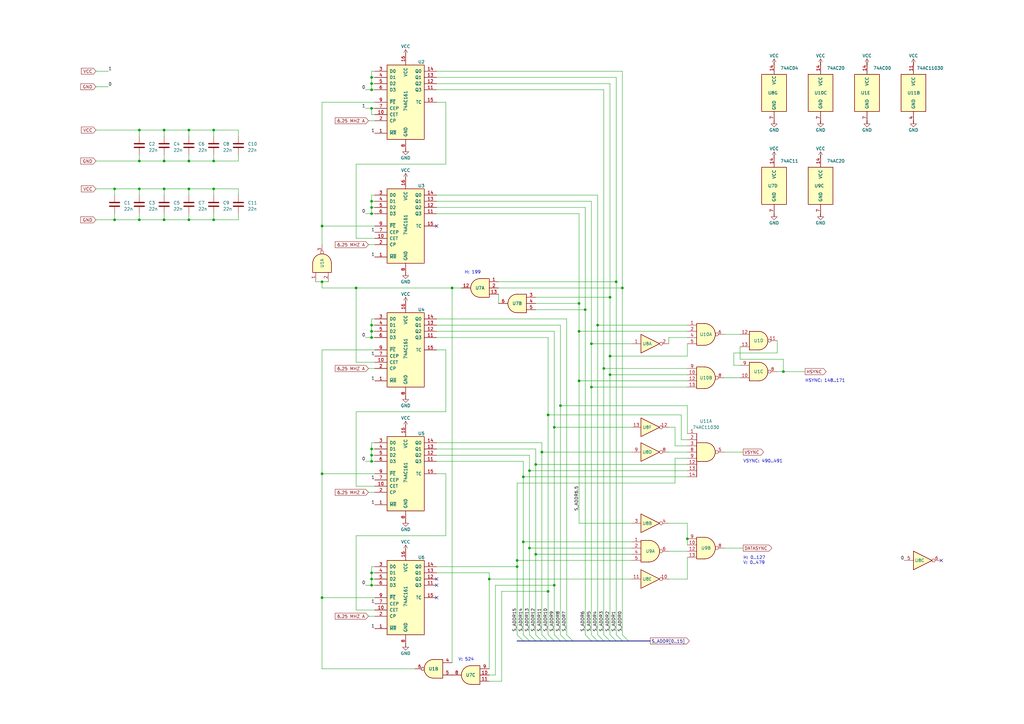
<source format=kicad_sch>
(kicad_sch (version 20231120) (generator "eeschema") (generator_version "8.0")
  (paper "A3")
  (title_block (title "SYNC GENERATOR"))
  (junction (at 132.08 245.11))
  (junction (at 250.19 121.92))
  (junction (at 146.05 118.11))
  (junction (at 255.27 118.11))
  (junction (at 227.33 240.03))
  (junction (at 46.99 90.17))
  (junction (at 152.4 36.83))
  (junction (at 152.4 44.45))
  (junction (at 77.47 90.17))
  (junction (at 247.65 151.13))
  (junction (at 87.63 90.17))
  (junction (at 67.31 53.34))
  (junction (at 77.47 66.04))
  (junction (at 222.25 185.42))
  (junction (at 57.15 77.47))
  (junction (at 87.63 66.04))
  (junction (at 212.09 232.41))
  (junction (at 242.57 140.97))
  (junction (at 214.63 222.25))
  (junction (at 132.08 115.57))
  (junction (at 281.94 220.98))
  (junction (at 152.4 31.75))
  (junction (at 152.4 85.09))
  (junction (at 237.49 135.89))
  (junction (at 152.4 240.03))
  (junction (at 132.08 92.71))
  (junction (at 152.4 82.55))
  (junction (at 240.03 127))
  (junction (at 217.17 224.79))
  (junction (at 67.31 66.04))
  (junction (at 152.4 138.43))
  (junction (at 152.4 135.89))
  (junction (at 152.4 87.63))
  (junction (at 214.63 195.58))
  (junction (at 46.99 77.47))
  (junction (at 229.87 166.37))
  (junction (at 212.09 229.87))
  (junction (at 250.19 146.05))
  (junction (at 245.11 133.35))
  (junction (at 67.31 77.47))
  (junction (at 217.17 193.04))
  (junction (at 57.15 90.17))
  (junction (at 237.49 156.21))
  (junction (at 152.4 234.95))
  (junction (at 219.71 227.33))
  (junction (at 250.19 153.67))
  (junction (at 227.33 175.26))
  (junction (at 152.4 34.29))
  (junction (at 224.79 242.57))
  (junction (at 57.15 53.34))
  (junction (at 237.49 124.46))
  (junction (at 185.42 118.11))
  (junction (at 77.47 77.47))
  (junction (at 152.4 133.35))
  (junction (at 87.63 53.34))
  (junction (at 152.4 186.69))
  (junction (at 152.4 189.23))
  (junction (at 67.31 90.17))
  (junction (at 87.63 77.47))
  (junction (at 132.08 194.31))
  (junction (at 252.73 115.57))
  (junction (at 321.31 152.4))
  (junction (at 152.4 237.49))
  (junction (at 242.57 158.75))
  (junction (at 77.47 53.34))
  (junction (at 152.4 184.15))
  (junction (at 200.66 237.49))
  (junction (at 57.15 66.04))
  (junction (at 224.79 170.18))
  (junction (at 219.71 190.5))
  (no_connect (at 179.07 240.03))
  (no_connect (at 179.07 92.71))
  (no_connect (at 179.07 237.49))
  (no_connect (at 179.07 245.11))
  (no_connect (at 386.08 229.87))
  (bus_entry (at 227.33 260.35) (size 2.54 2.54))
  (bus_entry (at 229.87 260.35) (size 2.54 2.54))
  (bus_entry (at 242.57 260.35) (size 2.54 2.54))
  (bus_entry (at 217.17 260.35) (size 2.54 2.54))
  (bus_entry (at 240.03 260.35) (size 2.54 2.54))
  (bus_entry (at 255.27 260.35) (size 2.54 2.54))
  (bus_entry (at 232.41 260.35) (size 2.54 2.54))
  (bus_entry (at 222.25 260.35) (size 2.54 2.54))
  (bus_entry (at 252.73 260.35) (size 2.54 2.54))
  (bus_entry (at 214.63 260.35) (size 2.54 2.54))
  (bus_entry (at 250.19 260.35) (size 2.54 2.54))
  (bus_entry (at 224.79 260.35) (size 2.54 2.54))
  (bus_entry (at 212.09 260.35) (size 2.54 2.54))
  (bus_entry (at 219.71 260.35) (size 2.54 2.54))
  (bus_entry (at 247.65 260.35) (size 2.54 2.54))
  (bus_entry (at 245.11 260.35) (size 2.54 2.54))
  (wire (pts (xy 179.07 85.09) (xy 240.03 85.09)))
  (wire (pts (xy 205.74 242.57) (xy 205.74 279.4)))
  (wire (pts (xy 166.37 175.26) (xy 166.37 173.99)))
  (wire (pts (xy 153.67 194.31) (xy 132.08 194.31)))
  (wire (pts (xy 152.4 186.69) (xy 153.67 186.69)))
  (wire (pts (xy 300.99 144.78) (xy 318.77 144.78)))
  (wire (pts (xy 318.77 144.78) (xy 318.77 139.7)))
  (wire (pts (xy 200.66 234.95) (xy 179.07 234.95)))
  (wire (pts (xy 205.74 279.4) (xy 200.66 279.4)))
  (wire (pts (xy 166.37 60.96) (xy 166.37 62.23)))
  (wire (pts (xy 227.33 135.89) (xy 227.33 175.26)))
  (bus (pts (xy 214.63 262.89) (xy 217.17 262.89)))
  (bus (pts (xy 232.41 262.89) (xy 234.95 262.89)))
  (wire (pts (xy 374.65 26.67) (xy 374.65 25.4)))
  (wire (pts (xy 374.65 49.53) (xy 374.65 50.8)))
  (wire (pts (xy 39.37 35.56) (xy 44.45 35.56)))
  (wire (pts (xy 166.37 124.46) (xy 166.37 123.19)))
  (wire (pts (xy 182.88 67.31) (xy 146.05 67.31)))
  (wire (pts (xy 152.4 85.09) (xy 152.4 82.55)))
  (wire (pts (xy 153.67 87.63) (xy 152.4 87.63)))
  (wire (pts (xy 219.71 121.92) (xy 250.19 121.92)))
  (wire (pts (xy 152.4 237.49) (xy 153.67 237.49)))
  (wire (pts (xy 182.88 168.91) (xy 146.05 168.91)))
  (wire (pts (xy 204.47 118.11) (xy 255.27 118.11)))
  (wire (pts (xy 297.18 137.16) (xy 303.53 137.16)))
  (wire (pts (xy 151.13 201.93) (xy 153.67 201.93)))
  (wire (pts (xy 146.05 118.11) (xy 146.05 148.59)))
  (wire (pts (xy 46.99 90.17) (xy 57.15 90.17)))
  (wire (pts (xy 217.17 193.04) (xy 217.17 224.79)))
  (wire (pts (xy 87.63 66.04) (xy 87.63 63.5)))
  (wire (pts (xy 146.05 118.11) (xy 185.42 118.11)))
  (wire (pts (xy 274.32 226.06) (xy 281.94 226.06)))
  (wire (pts (xy 153.67 138.43) (xy 152.4 138.43)))
  (wire (pts (xy 67.31 77.47) (xy 77.47 77.47)))
  (wire (pts (xy 222.25 185.42) (xy 222.25 260.35)))
  (wire (pts (xy 214.63 189.23) (xy 214.63 195.58)))
  (wire (pts (xy 152.4 135.89) (xy 153.67 135.89)))
  (wire (pts (xy 57.15 90.17) (xy 67.31 90.17)))
  (wire (pts (xy 274.32 185.42) (xy 281.94 185.42)))
  (wire (pts (xy 317.5 64.77) (xy 317.5 63.5)))
  (wire (pts (xy 179.07 184.15) (xy 219.71 184.15)))
  (wire (pts (xy 203.2 240.03) (xy 203.2 276.86)))
  (wire (pts (xy 182.88 194.31) (xy 182.88 219.71)))
  (wire (pts (xy 153.67 189.23) (xy 152.4 189.23)))
  (wire (pts (xy 224.79 170.18) (xy 279.4 170.18)))
  (wire (pts (xy 87.63 77.47) (xy 87.63 80.01)))
  (wire (pts (xy 227.33 175.26) (xy 259.08 175.26)))
  (wire (pts (xy 200.66 234.95) (xy 200.66 237.49)))
  (wire (pts (xy 229.87 166.37) (xy 229.87 260.35)))
  (wire (pts (xy 355.6 49.53) (xy 355.6 50.8)))
  (wire (pts (xy 214.63 195.58) (xy 214.63 222.25)))
  (wire (pts (xy 146.05 148.59) (xy 153.67 148.59)))
  (bus (pts (xy 227.33 262.89) (xy 229.87 262.89)))
  (wire (pts (xy 152.4 82.55) (xy 153.67 82.55)))
  (wire (pts (xy 274.32 140.97) (xy 274.32 138.43)))
  (wire (pts (xy 39.37 53.34) (xy 57.15 53.34)))
  (wire (pts (xy 252.73 31.75) (xy 252.73 115.57)))
  (wire (pts (xy 152.4 181.61) (xy 153.67 181.61)))
  (wire (pts (xy 132.08 115.57) (xy 132.08 118.11)))
  (wire (pts (xy 77.47 66.04) (xy 87.63 66.04)))
  (wire (pts (xy 182.88 219.71) (xy 146.05 219.71)))
  (wire (pts (xy 39.37 29.21) (xy 44.45 29.21)))
  (wire (pts (xy 97.79 53.34) (xy 97.79 55.88)))
  (wire (pts (xy 250.19 153.67) (xy 250.19 260.35)))
  (bus (pts (xy 219.71 262.89) (xy 222.25 262.89)))
  (wire (pts (xy 227.33 175.26) (xy 227.33 240.03)))
  (wire (pts (xy 247.65 151.13) (xy 281.94 151.13)))
  (wire (pts (xy 179.07 34.29) (xy 250.19 34.29)))
  (wire (pts (xy 179.07 135.89) (xy 227.33 135.89)))
  (wire (pts (xy 242.57 140.97) (xy 242.57 158.75)))
  (wire (pts (xy 179.07 41.91) (xy 182.88 41.91)))
  (wire (pts (xy 170.18 274.32) (xy 132.08 274.32)))
  (wire (pts (xy 303.53 147.32) (xy 303.53 142.24)))
  (wire (pts (xy 132.08 92.71) (xy 153.67 92.71)))
  (wire (pts (xy 152.4 234.95) (xy 152.4 232.41)))
  (wire (pts (xy 152.4 184.15) (xy 152.4 181.61)))
  (wire (pts (xy 281.94 180.34) (xy 279.4 180.34)))
  (wire (pts (xy 179.07 181.61) (xy 222.25 181.61)))
  (wire (pts (xy 152.4 232.41) (xy 153.67 232.41)))
  (wire (pts (xy 203.2 276.86) (xy 200.66 276.86)))
  (bus (pts (xy 257.81 262.89) (xy 266.7 262.89)))
  (wire (pts (xy 242.57 158.75) (xy 242.57 260.35)))
  (wire (pts (xy 203.2 240.03) (xy 227.33 240.03)))
  (wire (pts (xy 46.99 77.47) (xy 57.15 77.47)))
  (wire (pts (xy 166.37 111.76) (xy 166.37 113.03)))
  (wire (pts (xy 237.49 156.21) (xy 281.94 156.21)))
  (wire (pts (xy 57.15 77.47) (xy 67.31 77.47)))
  (wire (pts (xy 317.5 87.63) (xy 317.5 88.9)))
  (wire (pts (xy 132.08 115.57) (xy 134.62 115.57)))
  (wire (pts (xy 217.17 186.69) (xy 217.17 193.04)))
  (wire (pts (xy 152.4 44.45) (xy 153.67 44.45)))
  (wire (pts (xy 247.65 36.83) (xy 247.65 151.13)))
  (wire (pts (xy 152.4 135.89) (xy 152.4 133.35)))
  (wire (pts (xy 152.4 189.23) (xy 152.4 186.69)))
  (wire (pts (xy 39.37 66.04) (xy 57.15 66.04)))
  (wire (pts (xy 276.86 187.96) (xy 281.94 187.96)))
  (bus (pts (xy 247.65 262.89) (xy 250.19 262.89)))
  (wire (pts (xy 237.49 87.63) (xy 237.49 124.46)))
  (wire (pts (xy 39.37 77.47) (xy 46.99 77.47)))
  (wire (pts (xy 151.13 49.53) (xy 153.67 49.53)))
  (wire (pts (xy 237.49 135.89) (xy 237.49 156.21)))
  (wire (pts (xy 77.47 77.47) (xy 87.63 77.47)))
  (wire (pts (xy 179.07 194.31) (xy 182.88 194.31)))
  (wire (pts (xy 185.42 118.11) (xy 189.23 118.11)))
  (wire (pts (xy 152.4 87.63) (xy 152.4 85.09)))
  (wire (pts (xy 57.15 66.04) (xy 67.31 66.04)))
  (wire (pts (xy 97.79 77.47) (xy 97.79 80.01)))
  (wire (pts (xy 274.32 237.49) (xy 281.94 237.49)))
  (wire (pts (xy 151.13 151.13) (xy 153.67 151.13)))
  (wire (pts (xy 149.86 36.83) (xy 152.4 36.83)))
  (wire (pts (xy 146.05 199.39) (xy 153.67 199.39)))
  (wire (pts (xy 242.57 158.75) (xy 281.94 158.75)))
  (wire (pts (xy 149.86 87.63) (xy 152.4 87.63)))
  (wire (pts (xy 222.25 185.42) (xy 259.08 185.42)))
  (bus (pts (xy 252.73 262.89) (xy 255.27 262.89)))
  (wire (pts (xy 200.66 237.49) (xy 259.08 237.49)))
  (wire (pts (xy 152.4 240.03) (xy 152.4 237.49)))
  (wire (pts (xy 77.47 53.34) (xy 77.47 55.88)))
  (wire (pts (xy 149.86 189.23) (xy 152.4 189.23)))
  (wire (pts (xy 153.67 36.83) (xy 152.4 36.83)))
  (wire (pts (xy 185.42 118.11) (xy 185.42 271.78)))
  (wire (pts (xy 250.19 146.05) (xy 281.94 146.05)))
  (wire (pts (xy 242.57 82.55) (xy 242.57 140.97)))
  (wire (pts (xy 166.37 162.56) (xy 166.37 163.83)))
  (wire (pts (xy 87.63 53.34) (xy 97.79 53.34)))
  (wire (pts (xy 179.07 82.55) (xy 242.57 82.55)))
  (wire (pts (xy 297.18 154.94) (xy 303.53 154.94)))
  (wire (pts (xy 179.07 133.35) (xy 229.87 133.35)))
  (wire (pts (xy 179.07 189.23) (xy 214.63 189.23)))
  (wire (pts (xy 67.31 90.17) (xy 67.31 87.63)))
  (wire (pts (xy 146.05 97.79) (xy 153.67 97.79)))
  (wire (pts (xy 336.55 49.53) (xy 336.55 50.8)))
  (wire (pts (xy 179.07 232.41) (xy 212.09 232.41)))
  (wire (pts (xy 67.31 53.34) (xy 67.31 55.88)))
  (wire (pts (xy 281.94 237.49) (xy 281.94 228.6)))
  (bus (pts (xy 217.17 262.89) (xy 219.71 262.89)))
  (wire (pts (xy 214.63 195.58) (xy 281.94 195.58)))
  (wire (pts (xy 274.32 138.43) (xy 281.94 138.43)))
  (wire (pts (xy 240.03 127) (xy 240.03 260.35)))
  (wire (pts (xy 146.05 219.71) (xy 146.05 250.19)))
  (wire (pts (xy 237.49 135.89) (xy 281.94 135.89)))
  (wire (pts (xy 179.07 31.75) (xy 252.73 31.75)))
  (wire (pts (xy 57.15 90.17) (xy 57.15 87.63)))
  (wire (pts (xy 219.71 124.46) (xy 237.49 124.46)))
  (wire (pts (xy 67.31 90.17) (xy 77.47 90.17)))
  (wire (pts (xy 217.17 224.79) (xy 259.08 224.79)))
  (wire (pts (xy 152.4 234.95) (xy 153.67 234.95)))
  (wire (pts (xy 237.49 214.63) (xy 259.08 214.63)))
  (wire (pts (xy 166.37 73.66) (xy 166.37 72.39)))
  (wire (pts (xy 132.08 100.33) (xy 132.08 92.71)))
  (wire (pts (xy 132.08 194.31) (xy 132.08 245.11)))
  (wire (pts (xy 87.63 90.17) (xy 97.79 90.17)))
  (wire (pts (xy 240.03 85.09) (xy 240.03 127)))
  (wire (pts (xy 330.2 152.4) (xy 321.31 152.4)))
  (wire (pts (xy 77.47 77.47) (xy 77.47 80.01)))
  (wire (pts (xy 281.94 220.98) (xy 281.94 223.52)))
  (wire (pts (xy 229.87 133.35) (xy 229.87 166.37)))
  (wire (pts (xy 279.4 180.34) (xy 279.4 170.18)))
  (wire (pts (xy 242.57 140.97) (xy 259.08 140.97)))
  (wire (pts (xy 57.15 66.04) (xy 57.15 63.5)))
  (wire (pts (xy 152.4 138.43) (xy 152.4 135.89)))
  (bus (pts (xy 242.57 262.89) (xy 245.11 262.89)))
  (wire (pts (xy 132.08 245.11) (xy 153.67 245.11)))
  (wire (pts (xy 229.87 166.37) (xy 281.94 166.37)))
  (wire (pts (xy 247.65 151.13) (xy 247.65 260.35)))
  (wire (pts (xy 252.73 115.57) (xy 252.73 260.35)))
  (wire (pts (xy 212.09 198.12) (xy 276.86 198.12)))
  (wire (pts (xy 87.63 66.04) (xy 97.79 66.04)))
  (wire (pts (xy 317.5 49.53) (xy 317.5 50.8)))
  (bus (pts (xy 250.19 262.89) (xy 252.73 262.89)))
  (wire (pts (xy 152.4 29.21) (xy 153.67 29.21)))
  (bus (pts (xy 229.87 262.89) (xy 232.41 262.89)))
  (wire (pts (xy 281.94 146.05) (xy 281.94 140.97)))
  (wire (pts (xy 152.4 237.49) (xy 152.4 234.95)))
  (wire (pts (xy 281.94 166.37) (xy 281.94 177.8)))
  (wire (pts (xy 212.09 198.12) (xy 212.09 229.87)))
  (wire (pts (xy 179.07 36.83) (xy 247.65 36.83)))
  (wire (pts (xy 57.15 77.47) (xy 57.15 80.01)))
  (wire (pts (xy 321.31 147.32) (xy 321.31 152.4)))
  (wire (pts (xy 152.4 80.01) (xy 153.67 80.01)))
  (bus (pts (xy 234.95 262.89) (xy 242.57 262.89)))
  (wire (pts (xy 250.19 121.92) (xy 250.19 146.05)))
  (wire (pts (xy 297.18 185.42) (xy 304.8 185.42)))
  (wire (pts (xy 224.79 242.57) (xy 224.79 260.35)))
  (wire (pts (xy 179.07 143.51) (xy 182.88 143.51)))
  (wire (pts (xy 87.63 53.34) (xy 87.63 55.88)))
  (wire (pts (xy 153.67 143.51) (xy 132.08 143.51)))
  (wire (pts (xy 237.49 124.46) (xy 237.49 135.89)))
  (wire (pts (xy 179.07 138.43) (xy 224.79 138.43)))
  (wire (pts (xy 321.31 147.32) (xy 303.53 147.32)))
  (wire (pts (xy 276.86 175.26) (xy 274.32 175.26)))
  (wire (pts (xy 87.63 90.17) (xy 87.63 87.63)))
  (wire (pts (xy 57.15 53.34) (xy 67.31 53.34)))
  (wire (pts (xy 152.4 36.83) (xy 152.4 34.29)))
  (wire (pts (xy 77.47 90.17) (xy 87.63 90.17)))
  (wire (pts (xy 132.08 41.91) (xy 132.08 92.71)))
  (wire (pts (xy 152.4 85.09) (xy 153.67 85.09)))
  (wire (pts (xy 317.5 26.67) (xy 317.5 25.4)))
  (wire (pts (xy 132.08 245.11) (xy 132.08 274.32)))
  (wire (pts (xy 179.07 80.01) (xy 245.11 80.01)))
  (wire (pts (xy 355.6 26.67) (xy 355.6 25.4)))
  (bus (pts (xy 224.79 262.89) (xy 227.33 262.89)))
  (bus (pts (xy 245.11 262.89) (xy 247.65 262.89)))
  (wire (pts (xy 151.13 252.73) (xy 153.67 252.73)))
  (wire (pts (xy 153.67 46.99) (xy 152.4 46.99)))
  (wire (pts (xy 237.49 156.21) (xy 237.49 214.63)))
  (wire (pts (xy 219.71 184.15) (xy 219.71 190.5)))
  (wire (pts (xy 281.94 182.88) (xy 276.86 182.88)))
  (wire (pts (xy 153.67 41.91) (xy 132.08 41.91)))
  (wire (pts (xy 304.8 224.79) (xy 297.18 224.79)))
  (wire (pts (xy 232.41 130.81) (xy 232.41 260.35)))
  (wire (pts (xy 214.63 222.25) (xy 214.63 260.35)))
  (wire (pts (xy 212.09 229.87) (xy 259.08 229.87)))
  (wire (pts (xy 67.31 53.34) (xy 77.47 53.34)))
  (wire (pts (xy 77.47 53.34) (xy 87.63 53.34)))
  (wire (pts (xy 212.09 232.41) (xy 212.09 260.35)))
  (wire (pts (xy 179.07 130.81) (xy 232.41 130.81)))
  (wire (pts (xy 39.37 90.17) (xy 46.99 90.17)))
  (wire (pts (xy 146.05 168.91) (xy 146.05 199.39)))
  (wire (pts (xy 149.86 138.43) (xy 152.4 138.43)))
  (wire (pts (xy 152.4 130.81) (xy 153.67 130.81)))
  (wire (pts (xy 255.27 118.11) (xy 255.27 260.35)))
  (wire (pts (xy 245.11 133.35) (xy 281.94 133.35)))
  (wire (pts (xy 166.37 264.16) (xy 166.37 265.43)))
  (wire (pts (xy 149.86 44.45) (xy 152.4 44.45)))
  (wire (pts (xy 152.4 186.69) (xy 152.4 184.15)))
  (wire (pts (xy 274.32 214.63) (xy 281.94 214.63)))
  (wire (pts (xy 77.47 66.04) (xy 77.47 63.5)))
  (wire (pts (xy 67.31 66.04) (xy 77.47 66.04)))
  (wire (pts (xy 152.4 133.35) (xy 153.67 133.35)))
  (wire (pts (xy 219.71 127) (xy 240.03 127)))
  (wire (pts (xy 152.4 82.55) (xy 152.4 80.01)))
  (wire (pts (xy 182.88 143.51) (xy 182.88 168.91)))
  (wire (pts (xy 146.05 250.19) (xy 153.67 250.19)))
  (wire (pts (xy 152.4 133.35) (xy 152.4 130.81)))
  (wire (pts (xy 132.08 143.51) (xy 132.08 194.31)))
  (wire (pts (xy 132.08 118.11) (xy 146.05 118.11)))
  (wire (pts (xy 219.71 227.33) (xy 219.71 260.35)))
  (wire (pts (xy 166.37 213.36) (xy 166.37 214.63)))
  (wire (pts (xy 152.4 184.15) (xy 153.67 184.15)))
  (bus (pts (xy 212.09 262.89) (xy 214.63 262.89)))
  (wire (pts (xy 151.13 100.33) (xy 153.67 100.33)))
  (wire (pts (xy 149.86 240.03) (xy 152.4 240.03)))
  (wire (pts (xy 219.71 190.5) (xy 219.71 227.33)))
  (wire (pts (xy 281.94 214.63) (xy 281.94 220.98)))
  (wire (pts (xy 227.33 240.03) (xy 227.33 260.35)))
  (wire (pts (xy 212.09 229.87) (xy 212.09 232.41)))
  (wire (pts (xy 250.19 34.29) (xy 250.19 121.92)))
  (wire (pts (xy 336.55 26.67) (xy 336.55 25.4)))
  (wire (pts (xy 179.07 29.21) (xy 255.27 29.21)))
  (wire (pts (xy 303.53 149.86) (xy 300.99 149.86)))
  (wire (pts (xy 179.07 186.69) (xy 217.17 186.69)))
  (bus (pts (xy 222.25 262.89) (xy 224.79 262.89)))
  (wire (pts (xy 250.19 153.67) (xy 281.94 153.67)))
  (wire (pts (xy 129.54 115.57) (xy 132.08 115.57)))
  (wire (pts (xy 46.99 90.17) (xy 46.99 87.63)))
  (wire (pts (xy 152.4 46.99) (xy 152.4 44.45)))
  (wire (pts (xy 67.31 77.47) (xy 67.31 80.01)))
  (wire (pts (xy 57.15 53.34) (xy 57.15 55.88)))
  (wire (pts (xy 182.88 41.91) (xy 182.88 67.31)))
  (wire (pts (xy 204.47 115.57) (xy 252.73 115.57)))
  (wire (pts (xy 318.77 152.4) (xy 321.31 152.4)))
  (wire (pts (xy 250.19 146.05) (xy 250.19 153.67)))
  (wire (pts (xy 205.74 242.57) (xy 224.79 242.57)))
  (wire (pts (xy 152.4 34.29) (xy 153.67 34.29)))
  (wire (pts (xy 219.71 190.5) (xy 281.94 190.5)))
  (wire (pts (xy 214.63 222.25) (xy 259.08 222.25)))
  (wire (pts (xy 224.79 170.18) (xy 224.79 242.57)))
  (wire (pts (xy 97.79 66.04) (xy 97.79 63.5)))
  (wire (pts (xy 276.86 182.88) (xy 276.86 175.26)))
  (wire (pts (xy 224.79 138.43) (xy 224.79 170.18)))
  (wire (pts (xy 179.07 87.63) (xy 237.49 87.63)))
  (wire (pts (xy 219.71 227.33) (xy 259.08 227.33)))
  (wire (pts (xy 46.99 77.47) (xy 46.99 80.01)))
  (wire (pts (xy 300.99 149.86) (xy 300.99 144.78)))
  (wire (pts (xy 336.55 64.77) (xy 336.55 63.5)))
  (wire (pts (xy 217.17 193.04) (xy 281.94 193.04)))
  (wire (pts (xy 255.27 29.21) (xy 255.27 118.11)))
  (wire (pts (xy 152.4 31.75) (xy 152.4 29.21)))
  (wire (pts (xy 152.4 34.29) (xy 152.4 31.75)))
  (wire (pts (xy 336.55 87.63) (xy 336.55 88.9)))
  (wire (pts (xy 166.37 22.86) (xy 166.37 21.59)))
  (wire (pts (xy 204.47 120.65) (xy 204.47 124.46)))
  (wire (pts (xy 245.11 133.35) (xy 245.11 260.35)))
  (wire (pts (xy 222.25 181.61) (xy 222.25 185.42)))
  (wire (pts (xy 245.11 80.01) (xy 245.11 133.35)))
  (wire (pts (xy 77.47 90.17) (xy 77.47 87.63)))
  (wire (pts (xy 153.67 240.03) (xy 152.4 240.03)))
  (wire (pts (xy 97.79 90.17) (xy 97.79 87.63)))
  (wire (pts (xy 146.05 67.31) (xy 146.05 97.79)))
  (wire (pts (xy 67.31 66.04) (xy 67.31 63.5)))
  (wire (pts (xy 276.86 187.96) (xy 276.86 198.12)))
  (wire (pts (xy 152.4 31.75) (xy 153.67 31.75)))
  (wire (pts (xy 200.66 237.49) (xy 200.66 274.32)))
  (wire (pts (xy 87.63 77.47) (xy 97.79 77.47)))
  (wire (pts (xy 166.37 226.06) (xy 166.37 224.79)))
  (bus (pts (xy 255.27 262.89) (xy 257.81 262.89)))
  (wire (pts (xy 217.17 224.79) (xy 217.17 260.35)))
  (text "VSYNC: 490..491" (at 304.8 189.23 0) (effects (font (size 1.27 1.27)) (justify left)))
  (text "H: 0..127\nV: 0..479" (at 304.8 229.87 0) (effects (font (size 1.27 1.27)) (justify left)))
  (text "HSYNC: 148..171" (at 330.2 156.21 0) (effects (font (size 1.27 1.27)) (justify left)))
  (text "H: 199" (at 190.5 111.76 0) (effects (font (size 1.27 1.27)) (justify left)))
  (text "V: 524" (at 187.96 270.51 0) (effects (font (size 1.27 1.27)) (justify left)))
  (label "S_ADDR7" (at 232.41 259.08 90))
  (label "S_ADDR9" (at 227.33 259.08 90))
  (label "S_ADDR11" (at 222.25 259.08 90))
  (label "1" (at 153.67 257.81 180))
  (label "S_ADDR10" (at 224.79 259.08 90))
  (label "S_ADDR1" (at 252.73 259.08 90))
  (label "S_ADDR3" (at 247.65 259.08 90))
  (label "0" (at 370.84 229.87 180))
  (label "1" (at 153.67 54.61 180))
  (label "S_ADDR14" (at 214.63 259.08 90))
  (label "0" (at 149.86 189.23 180))
  (label "0" (at 149.86 87.63 180))
  (label "S_ADDR15" (at 212.09 259.08 90))
  (label "1" (at 44.45 29.21 0))
  (label "0" (at 149.86 240.03 180))
  (label "0" (at 149.86 138.43 180))
  (label "S_ADDR13" (at 217.17 259.08 90))
  (label "0" (at 149.86 36.83 180))
  (label "1" (at 153.67 207.01 180))
  (label "S_ADDR12" (at 219.71 259.08 90))
  (label "1" (at 153.67 196.85 180))
  (label "S_ADDR4" (at 245.11 259.08 90))
  (label "1" (at 149.86 44.45 180))
  (label "S_ADDR6" (at 240.03 259.08 90))
  (label "1" (at 153.67 156.21 180))
  (label "S_ADDR5" (at 242.57 259.08 90))
  (label "0" (at 44.45 35.56 0))
  (label "S_ADDR6.5" (at 237.49 209.55 90))
  (label "1" (at 153.67 105.41 180))
  (label "1" (at 153.67 247.65 180))
  (label "S_ADDR8" (at 229.87 259.08 90))
  (label "1" (at 153.67 146.05 180))
  (label "S_ADDR2" (at 250.19 259.08 90))
  (label "S_ADDR0" (at 255.27 259.08 90))
  (label "1" (at 153.67 95.25 180))
  (global_label "6.25 MHZ A" (shape input) (at 151.13 49.53 180) (property "Intersheetrefs" "${INTERSHEET_REFS}" (effects (hide yes))))
  (global_label "HSYNC" (shape output) (at 330.2 152.4 0) (property "Intersheetrefs" "${INTERSHEET_REFS}" (effects (hide yes))))
  (global_label "VCC" (shape input) (at 39.37 53.34 180) (property "Intersheetrefs" "${INTERSHEET_REFS}" (effects (hide yes))))
  (global_label "6.25 MHZ A" (shape input) (at 151.13 201.93 180) (property "Intersheetrefs" "${INTERSHEET_REFS}" (effects (hide yes))))
  (global_label "DATASYNC" (shape output) (at 304.8 224.79 0) (property "Intersheetrefs" "${INTERSHEET_REFS}" (effects (hide yes))))
  (global_label "VCC" (shape input) (at 39.37 29.21 180) (property "Intersheetrefs" "${INTERSHEET_REFS}" (effects (hide yes))))
  (global_label "6.25 MHZ A" (shape input) (at 151.13 252.73 180) (property "Intersheetrefs" "${INTERSHEET_REFS}" (effects (hide yes))))
  (global_label "S_ADDR[0..15]" (shape output) (at 266.7 262.89 0) (property "Intersheetrefs" "${INTERSHEET_REFS}" (effects (hide yes))))
  (global_label "VCC" (shape input) (at 39.37 77.47 180) (property "Intersheetrefs" "${INTERSHEET_REFS}" (effects (hide yes))))
  (global_label "6.25 MHZ A" (shape input) (at 151.13 100.33 180) (property "Intersheetrefs" "${INTERSHEET_REFS}" (effects (hide yes))))
  (global_label "VSYNC" (shape output) (at 304.8 185.42 0) (property "Intersheetrefs" "${INTERSHEET_REFS}" (effects (hide yes))))
  (global_label "GND" (shape input) (at 39.37 66.04 180) (property "Intersheetrefs" "${INTERSHEET_REFS}" (effects (hide yes))))
  (global_label "GND" (shape input) (at 39.37 35.56 180) (property "Intersheetrefs" "${INTERSHEET_REFS}" (effects (hide yes))))
  (global_label "6.25 MHZ A" (shape input) (at 151.13 151.13 180) (property "Intersheetrefs" "${INTERSHEET_REFS}" (effects (hide yes))))
  (global_label "GND" (shape input) (at 39.37 90.17 180) (property "Intersheetrefs" "${INTERSHEET_REFS}" (effects (hide yes))))
  (symbol (lib_id "power:VCC") (at 317.5 64.77 0) (unit 1)
    (property "Reference" "#PWR015" (effects (hide yes)))
    (property "Value" "VCC" (at 317.5 60.96 0))
    (property "Description" "Power symbol creates a global label with name \"VCC\"" (effects (hide yes)))
  )
  (symbol (lib_id "Device:C") (at 57.15 83.82 0) (unit 1)
    (property "Reference" "C3" (at 60.96 83.185 0) (effects (justify left)))
    (property "Value" "22n" (at 60.96 85.725 0) (effects (justify left)))
    (property "Footprint" "Capacitor_SMD:C_0603_1608Metric_Pad1.08x0.95mm_HandSolder" (effects (hide yes)))
    (property "Description" "Unpolarized capacitor" (effects (hide yes)))
    (property "LCSC Part #" "C277528" (effects (hide yes)))
  )
  (symbol (lib_id "power:GND") (at 166.37 264.16 0) (unit 1)
    (property "Reference" "#PWR012" (effects (hide yes)))
    (property "Value" "GND" (at 166.37 267.97 0))
    (property "Description" "Power symbol creates a global label with name \"GND\" , ground" (effects (hide yes)))
  )
  (symbol (lib_id "power:VCC") (at 317.5 26.67 0) (unit 1)
    (property "Reference" "#PWR013" (effects (hide yes)))
    (property "Value" "VCC" (at 317.5 22.86 0))
    (property "Description" "Power symbol creates a global label with name \"VCC\"" (effects (hide yes)))
  )
  (symbol (lib_id "74xx:74LS161") (at 166.37 41.91 0) (unit 1)
    (property "Reference" "U2" (at 171.45 25.4 0) (effects (justify left)))
    (property "Value" "74AC161" (at 166.37 45.72 90) (effects (justify left)))
    (property "Footprint" "Package_SO:SOIC-16_3.9x9.9mm_P1.27mm" (effects (hide yes)))
    (property "Datasheet" "http://www.ti.com/lit/gpn/sn74LS161" (effects (hide yes)))
    (property "Description" "Synchronous 4-bit programmable binary Counter" (effects (hide yes)))
  )
  (symbol (lib_id "power:GND") (at 317.5 87.63 0) (unit 1)
    (property "Reference" "#PWR016" (effects (hide yes)))
    (property "Value" "GND" (at 317.5 91.44 0))
    (property "Description" "Power symbol creates a global label with name \"GND\" , ground" (effects (hide yes)))
  )
  (symbol (lib_id "Device:C") (at 87.63 83.82 0) (unit 1)
    (property "Reference" "C9" (at 91.44 83.185 0) (effects (justify left)))
    (property "Value" "22n" (at 91.44 85.725 0) (effects (justify left)))
    (property "Footprint" "Capacitor_SMD:C_0603_1608Metric_Pad1.08x0.95mm_HandSolder" (effects (hide yes)))
    (property "Description" "Unpolarized capacitor" (effects (hide yes)))
    (property "LCSC Part #" "C277528" (effects (hide yes)))
  )
  (symbol (lib_id "74xx:74LS161") (at 166.37 92.71 0) (unit 1)
    (property "Reference" "U3" (at 171.45 76.2 0) (effects (justify left)))
    (property "Value" "74AC161" (at 166.37 96.52 90) (effects (justify left)))
    (property "Footprint" "Package_SO:SOIC-16_3.9x9.9mm_P1.27mm" (effects (hide yes)))
    (property "Datasheet" "http://www.ti.com/lit/gpn/sn74LS161" (effects (hide yes)))
    (property "Description" "Synchronous 4-bit programmable binary Counter" (effects (hide yes)))
  )
  (symbol (lib_id "power:GND") (at 166.37 60.96 0) (unit 1)
    (property "Reference" "#PWR04" (effects (hide yes)))
    (property "Value" "GND" (at 166.37 64.77 0))
    (property "Description" "Power symbol creates a global label with name \"GND\" , ground" (effects (hide yes)))
  )
  (symbol (lib_id "power:VCC") (at 166.37 226.06 0) (unit 1)
    (property "Reference" "#PWR011" (effects (hide yes)))
    (property "Value" "VCC" (at 166.37 222.25 0))
    (property "Description" "Power symbol creates a global label with name \"VCC\"" (effects (hide yes)))
  )
  (symbol (lib_id "74xx:74LS11") (at 212.09 124.46 0) (mirror y) (unit 2)
    (property "Reference" "U7" (at 212.09 124.46 0))
    (property "Value" "74AC11" (effects (hide yes)))
    (property "Footprint" "Package_SO:SOIC-14_3.9x8.7mm_P1.27mm" (effects (hide yes)))
    (property "Datasheet" "http://www.ti.com/lit/gpn/sn74LS11" (effects (hide yes)))
    (property "Description" "Triple 3-input AND" (effects (hide yes)))
  )
  (symbol (lib_id "Device:C") (at 77.47 59.69 0) (unit 1)
    (property "Reference" "C6" (at 81.28 59.055 0) (effects (justify left)))
    (property "Value" "22n" (at 81.28 61.595 0) (effects (justify left)))
    (property "Footprint" "Capacitor_SMD:C_0603_1608Metric_Pad1.08x0.95mm_HandSolder" (effects (hide yes)))
    (property "Description" "Unpolarized capacitor" (effects (hide yes)))
    (property "LCSC Part #" "C277528" (effects (hide yes)))
  )
  (symbol (lib_id "74xx:74LS161") (at 166.37 143.51 0) (unit 1)
    (property "Reference" "U4" (at 171.45 127 0) (effects (justify left)))
    (property "Value" "74AC161" (at 166.37 147.32 90) (effects (justify left)))
    (property "Footprint" "Package_SO:SOIC-16_3.9x9.9mm_P1.27mm" (effects (hide yes)))
    (property "Datasheet" "http://www.ti.com/lit/gpn/sn74LS161" (effects (hide yes)))
    (property "Description" "Synchronous 4-bit programmable binary Counter" (effects (hide yes)))
  )
  (symbol (lib_id "power:GND") (at 166.37 111.76 0) (unit 1)
    (property "Reference" "#PWR06" (effects (hide yes)))
    (property "Value" "GND" (at 166.37 115.57 0))
    (property "Description" "Power symbol creates a global label with name \"GND\" , ground" (effects (hide yes)))
  )
  (symbol (lib_id "Device:C") (at 87.63 59.69 0) (unit 1)
    (property "Reference" "C8" (at 91.44 59.055 0) (effects (justify left)))
    (property "Value" "22n" (at 91.44 61.595 0) (effects (justify left)))
    (property "Footprint" "Capacitor_SMD:C_0603_1608Metric_Pad1.08x0.95mm_HandSolder" (effects (hide yes)))
    (property "Description" "Unpolarized capacitor" (effects (hide yes)))
    (property "LCSC Part #" "C277528" (effects (hide yes)))
  )
  (symbol (lib_id "74xx:74AHCT04") (at 378.46 229.87 0) (unit 3)
    (property "Reference" "U8" (at 377.19 229.87 0))
    (property "Value" "74AC04" (effects (hide yes)))
    (property "Footprint" "Package_SO:SOIC-14_3.9x8.7mm_P1.27mm" (effects (hide yes)))
    (property "Datasheet" "https://assets.nexperia.com/documents/data-sheet/74AHC_AHCT04.pdf" (effects (hide yes)))
    (property "Description" "Hex Inverter" (effects (hide yes)))
  )
  (symbol (lib_id "power:GND") (at 336.55 87.63 0) (unit 1)
    (property "Reference" "#PWR020" (effects (hide yes)))
    (property "Value" "GND" (at 336.55 91.44 0))
    (property "Description" "Power symbol creates a global label with name \"GND\" , ground" (effects (hide yes)))
  )
  (symbol (lib_id "MevaLlibreria:74ACT11030") (at 289.56 185.42 0) (unit 1)
    (property "Reference" "U11" (at 289.5517 172.72 0))
    (property "Value" "74AC11030" (at 289.5517 175.26 0))
    (property "Footprint" "Package_SO:SOIC-14_3.9x8.7mm_P1.27mm" (effects (hide yes)))
    (property "Datasheet" "http://www.ti.com/lit/gpn/sn74LS30" (effects (hide yes)))
    (property "Description" "8-input NAND" (effects (hide yes)))
  )
  (symbol (lib_id "power:VCC") (at 166.37 73.66 0) (unit 1)
    (property "Reference" "#PWR05" (effects (hide yes)))
    (property "Value" "VCC" (at 166.37 69.85 0))
    (property "Description" "Power symbol creates a global label with name \"VCC\"" (effects (hide yes)))
  )
  (symbol (lib_id "power:VCC") (at 166.37 22.86 0) (unit 1)
    (property "Reference" "#PWR03" (effects (hide yes)))
    (property "Value" "VCC" (at 166.37 19.05 0))
    (property "Description" "Power symbol creates a global label with name \"VCC\"" (effects (hide yes)))
  )
  (symbol (lib_id "MevaLlibreria:74ACT11030") (at 374.65 38.1 0) (unit 2)
    (property "Reference" "U11" (at 372.11 38.1 0) (effects (justify left)))
    (property "Value" "74AC11030" (at 375.92 27.94 0) (effects (justify left)))
    (property "Footprint" "Package_SO:SOIC-14_3.9x8.7mm_P1.27mm" (effects (hide yes)))
    (property "Datasheet" "http://www.ti.com/lit/gpn/sn74LS30" (effects (hide yes)))
    (property "Description" "8-input NAND" (effects (hide yes)))
  )
  (symbol (lib_id "power:VCC") (at 166.37 175.26 0) (unit 1)
    (property "Reference" "#PWR09" (effects (hide yes)))
    (property "Value" "VCC" (at 166.37 171.45 0))
    (property "Description" "Power symbol creates a global label with name \"VCC\"" (effects (hide yes)))
  )
  (symbol (lib_id "power:GND") (at 336.55 49.53 0) (unit 1)
    (property "Reference" "#PWR018" (effects (hide yes)))
    (property "Value" "GND" (at 336.55 53.34 0))
    (property "Description" "Power symbol creates a global label with name \"GND\" , ground" (effects (hide yes)))
  )
  (symbol (lib_id "Device:C") (at 67.31 83.82 0) (unit 1)
    (property "Reference" "C5" (at 71.12 83.185 0) (effects (justify left)))
    (property "Value" "22n" (at 71.12 85.725 0) (effects (justify left)))
    (property "Footprint" "Capacitor_SMD:C_0603_1608Metric_Pad1.08x0.95mm_HandSolder" (effects (hide yes)))
    (property "Description" "Unpolarized capacitor" (effects (hide yes)))
    (property "LCSC Part #" "C277528" (effects (hide yes)))
  )
  (symbol (lib_id "Device:C") (at 67.31 59.69 0) (unit 1)
    (property "Reference" "C4" (at 71.12 59.055 0) (effects (justify left)))
    (property "Value" "22n" (at 71.12 61.595 0) (effects (justify left)))
    (property "Footprint" "Capacitor_SMD:C_0603_1608Metric_Pad1.08x0.95mm_HandSolder" (effects (hide yes)))
    (property "Description" "Unpolarized capacitor" (effects (hide yes)))
    (property "LCSC Part #" "C277528" (effects (hide yes)))
  )
  (symbol (lib_id "74xx:74AHCT04") (at 317.5 38.1 0) (unit 7)
    (property "Reference" "U8" (at 314.96 38.1 0) (effects (justify left)))
    (property "Value" "74AC04" (at 320.04 27.94 0) (effects (justify left)))
    (property "Footprint" "Package_SO:SOIC-14_3.9x8.7mm_P1.27mm" (effects (hide yes)))
    (property "Datasheet" "https://assets.nexperia.com/documents/data-sheet/74AHC_AHCT04.pdf" (effects (hide yes)))
    (property "Description" "Hex Inverter" (effects (hide yes)))
  )
  (symbol (lib_id "74xx:74HCT00") (at 311.15 152.4 0) (unit 3)
    (property "Reference" "U1" (at 311.15 152.4 0))
    (property "Value" "74AC00" (effects (hide yes)))
    (property "Footprint" "Package_SO:SOIC-14_3.9x8.7mm_P1.27mm" (effects (hide yes)))
    (property "Datasheet" "http://www.ti.com/lit/gpn/sn74hct00" (effects (hide yes)))
    (property "Description" "quad 2-input NAND gate" (effects (hide yes)))
  )
  (symbol (lib_id "74xx:74LS20") (at 289.56 224.79 0) (unit 2)
    (property "Reference" "U9" (at 289.56 224.79 0))
    (property "Value" "74AC20" (effects (hide yes)))
    (property "Footprint" "Package_SO:SOIC-14_3.9x8.7mm_P1.27mm" (effects (hide yes)))
    (property "Datasheet" "http://www.ti.com/lit/gpn/sn74LS20" (effects (hide yes)))
    (property "Description" "Dual 4-input NAND" (effects (hide yes)))
  )
  (symbol (lib_id "74xx:74LS20") (at 336.55 76.2 0) (unit 3)
    (property "Reference" "U9" (at 334.01 76.2 0) (effects (justify left)))
    (property "Value" "74AC20" (at 339.09 66.04 0) (effects (justify left)))
    (property "Footprint" "Package_SO:SOIC-14_3.9x8.7mm_P1.27mm" (effects (hide yes)))
    (property "Datasheet" "http://www.ti.com/lit/gpn/sn74LS20" (effects (hide yes)))
    (property "Description" "Dual 4-input NAND" (effects (hide yes)))
  )
  (symbol (lib_id "power:VCC") (at 336.55 26.67 0) (unit 1)
    (property "Reference" "#PWR017" (effects (hide yes)))
    (property "Value" "VCC" (at 336.55 22.86 0))
    (property "Description" "Power symbol creates a global label with name \"VCC\"" (effects (hide yes)))
  )
  (symbol (lib_id "74xx:74HCT00") (at 355.6 38.1 0) (unit 5)
    (property "Reference" "U1" (at 353.06 38.1 0) (effects (justify left)))
    (property "Value" "74AC00" (at 358.14 27.94 0) (effects (justify left)))
    (property "Footprint" "Package_SO:SOIC-14_3.9x8.7mm_P1.27mm" (effects (hide yes)))
    (property "Datasheet" "http://www.ti.com/lit/gpn/sn74hct00" (effects (hide yes)))
    (property "Description" "quad 2-input NAND gate" (effects (hide yes)))
  )
  (symbol (lib_id "74xx:74HCT00") (at 132.08 107.95 90) (unit 1)
    (property "Reference" "U1" (at 132.08 107.95 0))
    (property "Value" "74AC00" (effects (hide yes)))
    (property "Footprint" "Package_SO:SOIC-14_3.9x8.7mm_P1.27mm" (effects (hide yes)))
    (property "Datasheet" "http://www.ti.com/lit/gpn/sn74hct00" (effects (hide yes)))
    (property "Description" "quad 2-input NAND gate" (effects (hide yes)))
  )
  (symbol (lib_id "74xx:74LS161") (at 166.37 194.31 0) (unit 1)
    (property "Reference" "U5" (at 171.45 177.8 0) (effects (justify left)))
    (property "Value" "74AC161" (at 166.37 198.12 90) (effects (justify left)))
    (property "Footprint" "Package_SO:SOIC-16_3.9x9.9mm_P1.27mm" (effects (hide yes)))
    (property "Datasheet" "http://www.ti.com/lit/gpn/sn74LS161" (effects (hide yes)))
    (property "Description" "Synchronous 4-bit programmable binary Counter" (effects (hide yes)))
  )
  (symbol (lib_id "74xx:74LS11") (at 193.04 276.86 0) (mirror y) (unit 3)
    (property "Reference" "U7" (at 193.04 276.86 0))
    (property "Value" "74AC11" (effects (hide yes)))
    (property "Footprint" "Package_SO:SOIC-14_3.9x8.7mm_P1.27mm" (effects (hide yes)))
    (property "Datasheet" "http://www.ti.com/lit/gpn/sn74LS11" (effects (hide yes)))
    (property "Description" "Triple 3-input AND" (effects (hide yes)))
  )
  (symbol (lib_id "74xx:74LS20") (at 289.56 137.16 0) (unit 1)
    (property "Reference" "U10" (at 289.56 137.16 0))
    (property "Value" "74AC20" (effects (hide yes)))
    (property "Footprint" "Package_SO:SOIC-14_3.9x8.7mm_P1.27mm" (effects (hide yes)))
    (property "Datasheet" "http://www.ti.com/lit/gpn/sn74LS20" (effects (hide yes)))
    (property "Description" "Dual 4-input NAND" (effects (hide yes)))
  )
  (symbol (lib_id "74xx:74LS11") (at 196.85 118.11 0) (mirror y) (unit 1)
    (property "Reference" "U7" (at 196.85 118.11 0))
    (property "Value" "74AC11" (effects (hide yes)))
    (property "Footprint" "Package_SO:SOIC-14_3.9x8.7mm_P1.27mm" (effects (hide yes)))
    (property "Datasheet" "http://www.ti.com/lit/gpn/sn74LS11" (effects (hide yes)))
    (property "Description" "Triple 3-input AND" (effects (hide yes)))
  )
  (symbol (lib_id "power:GND") (at 374.65 49.53 0) (unit 1)
    (property "Reference" "#PWR024" (effects (hide yes)))
    (property "Value" "GND" (at 374.65 53.34 0))
    (property "Description" "Power symbol creates a global label with name \"GND\" , ground" (effects (hide yes)))
  )
  (symbol (lib_id "Device:C") (at 97.79 83.82 0) (unit 1)
    (property "Reference" "C11" (at 101.6 83.185 0) (effects (justify left)))
    (property "Value" "22n" (at 101.6 85.725 0) (effects (justify left)))
    (property "Footprint" "Capacitor_SMD:C_0603_1608Metric_Pad1.08x0.95mm_HandSolder" (effects (hide yes)))
    (property "Description" "Unpolarized capacitor" (effects (hide yes)))
    (property "LCSC Part #" "C277528" (effects (hide yes)))
  )
  (symbol (lib_id "74xx:74AHCT04") (at 266.7 237.49 0) (unit 5)
    (property "Reference" "U8" (at 265.43 237.49 0))
    (property "Value" "74AC04" (effects (hide yes)))
    (property "Footprint" "Package_SO:SOIC-14_3.9x8.7mm_P1.27mm" (effects (hide yes)))
    (property "Datasheet" "https://assets.nexperia.com/documents/data-sheet/74AHC_AHCT04.pdf" (effects (hide yes)))
    (property "Description" "Hex Inverter" (effects (hide yes)))
  )
  (symbol (lib_id "power:GND") (at 317.5 49.53 0) (unit 1)
    (property "Reference" "#PWR014" (effects (hide yes)))
    (property "Value" "GND" (at 317.5 53.34 0))
    (property "Description" "Power symbol creates a global label with name \"GND\" , ground" (effects (hide yes)))
  )
  (symbol (lib_id "power:VCC") (at 336.55 64.77 0) (unit 1)
    (property "Reference" "#PWR019" (effects (hide yes)))
    (property "Value" "VCC" (at 336.55 60.96 0))
    (property "Description" "Power symbol creates a global label with name \"VCC\"" (effects (hide yes)))
  )
  (symbol (lib_id "74xx:74LS161") (at 166.37 245.11 0) (unit 1)
    (property "Reference" "U6" (at 171.45 228.6 0) (effects (justify left)))
    (property "Value" "74AC161" (at 166.37 248.92 90) (effects (justify left)))
    (property "Footprint" "Package_SO:SOIC-16_3.9x9.9mm_P1.27mm" (effects (hide yes)))
    (property "Datasheet" "http://www.ti.com/lit/gpn/sn74LS161" (effects (hide yes)))
    (property "Description" "Synchronous 4-bit programmable binary Counter" (effects (hide yes)))
  )
  (symbol (lib_id "Device:C") (at 97.79 59.69 0) (unit 1)
    (property "Reference" "C10" (at 101.6 59.055 0) (effects (justify left)))
    (property "Value" "22n" (at 101.6 61.595 0) (effects (justify left)))
    (property "Footprint" "Capacitor_SMD:C_0603_1608Metric_Pad1.08x0.95mm_HandSolder" (effects (hide yes)))
    (property "Description" "Unpolarized capacitor" (effects (hide yes)))
    (property "LCSC Part #" "C277528" (effects (hide yes)))
  )
  (symbol (lib_id "74xx:74AHCT04") (at 266.7 140.97 0) (unit 1)
    (property "Reference" "U8" (at 265.43 140.97 0))
    (property "Value" "74AC04" (effects (hide yes)))
    (property "Footprint" "Package_SO:SOIC-14_3.9x8.7mm_P1.27mm" (effects (hide yes)))
    (property "Datasheet" "https://assets.nexperia.com/documents/data-sheet/74AHC_AHCT04.pdf" (effects (hide yes)))
    (property "Description" "Hex Inverter" (effects (hide yes)))
  )
  (symbol (lib_id "Device:C") (at 57.15 59.69 0) (unit 1)
    (property "Reference" "C2" (at 60.96 59.055 0) (effects (justify left)))
    (property "Value" "22n" (at 60.96 61.595 0) (effects (justify left)))
    (property "Footprint" "Capacitor_SMD:C_0603_1608Metric_Pad1.08x0.95mm_HandSolder" (effects (hide yes)))
    (property "Description" "Unpolarized capacitor" (effects (hide yes)))
    (property "LCSC Part #" "C277528" (effects (hide yes)))
  )
  (symbol (lib_id "74xx:74LS20") (at 336.55 38.1 0) (unit 3)
    (property "Reference" "U10" (at 334.01 38.1 0) (effects (justify left)))
    (property "Value" "74AC20" (at 339.09 27.94 0) (effects (justify left)))
    (property "Footprint" "Package_SO:SOIC-14_3.9x8.7mm_P1.27mm" (effects (hide yes)))
    (property "Datasheet" "http://www.ti.com/lit/gpn/sn74LS20" (effects (hide yes)))
    (property "Description" "Dual 4-input NAND" (effects (hide yes)))
  )
  (symbol (lib_id "74xx:74AHCT04") (at 266.7 214.63 0) (unit 2)
    (property "Reference" "U8" (at 265.43 214.63 0))
    (property "Value" "74AC04" (effects (hide yes)))
    (property "Footprint" "Package_SO:SOIC-14_3.9x8.7mm_P1.27mm" (effects (hide yes)))
    (property "Datasheet" "https://assets.nexperia.com/documents/data-sheet/74AHC_AHCT04.pdf" (effects (hide yes)))
    (property "Description" "Hex Inverter" (effects (hide yes)))
  )
  (symbol (lib_id "power:VCC") (at 166.37 124.46 0) (unit 1)
    (property "Reference" "#PWR07" (effects (hide yes)))
    (property "Value" "VCC" (at 166.37 120.65 0))
    (property "Description" "Power symbol creates a global label with name \"VCC\"" (effects (hide yes)))
  )
  (symbol (lib_id "Device:C") (at 77.47 83.82 0) (unit 1)
    (property "Reference" "C7" (at 81.28 83.185 0) (effects (justify left)))
    (property "Value" "22n" (at 81.28 85.725 0) (effects (justify left)))
    (property "Footprint" "Capacitor_SMD:C_0603_1608Metric_Pad1.08x0.95mm_HandSolder" (effects (hide yes)))
    (property "Description" "Unpolarized capacitor" (effects (hide yes)))
    (property "LCSC Part #" "C277528" (effects (hide yes)))
  )
  (symbol (lib_id "74xx:74LS20") (at 266.7 226.06 0) (unit 1)
    (property "Reference" "U9" (at 266.7 226.06 0))
    (property "Value" "74AC20" (effects (hide yes)))
    (property "Footprint" "Package_SO:SOIC-14_3.9x8.7mm_P1.27mm" (effects (hide yes)))
    (property "Datasheet" "http://www.ti.com/lit/gpn/sn74LS20" (effects (hide yes)))
    (property "Description" "Dual 4-input NAND" (effects (hide yes)))
  )
  (symbol (lib_id "power:GND") (at 166.37 162.56 0) (unit 1)
    (property "Reference" "#PWR08" (effects (hide yes)))
    (property "Value" "GND" (at 166.37 166.37 0))
    (property "Description" "Power symbol creates a global label with name \"GND\" , ground" (effects (hide yes)))
  )
  (symbol (lib_id "74xx:74LS20") (at 289.56 154.94 0) (unit 2)
    (property "Reference" "U10" (at 289.56 154.94 0))
    (property "Value" "74AC20" (effects (hide yes)))
    (property "Footprint" "Package_SO:SOIC-14_3.9x8.7mm_P1.27mm" (effects (hide yes)))
    (property "Datasheet" "http://www.ti.com/lit/gpn/sn74LS20" (effects (hide yes)))
    (property "Description" "Dual 4-input NAND" (effects (hide yes)))
  )
  (symbol (lib_id "power:GND") (at 355.6 49.53 0) (unit 1)
    (property "Reference" "#PWR022" (effects (hide yes)))
    (property "Value" "GND" (at 355.6 53.34 0))
    (property "Description" "Power symbol creates a global label with name \"GND\" , ground" (effects (hide yes)))
  )
  (symbol (lib_id "power:VCC") (at 374.65 26.67 0) (unit 1)
    (property "Reference" "#PWR023" (effects (hide yes)))
    (property "Value" "VCC" (at 374.65 22.86 0))
    (property "Description" "Power symbol creates a global label with name \"VCC\"" (effects (hide yes)))
  )
  (symbol (lib_id "74xx:74AHCT04") (at 266.7 185.42 0) (unit 4)
    (property "Reference" "U8" (at 265.43 185.42 0))
    (property "Value" "74AC04" (effects (hide yes)))
    (property "Footprint" "Package_SO:SOIC-14_3.9x8.7mm_P1.27mm" (effects (hide yes)))
    (property "Datasheet" "https://assets.nexperia.com/documents/data-sheet/74AHC_AHCT04.pdf" (effects (hide yes)))
    (property "Description" "Hex Inverter" (effects (hide yes)))
  )
  (symbol (lib_id "74xx:74HCT00") (at 311.15 139.7 0) (unit 4)
    (property "Reference" "U1" (at 311.15 139.7 0))
    (property "Value" "74AC00" (effects (hide yes)))
    (property "Footprint" "Package_SO:SOIC-14_3.9x8.7mm_P1.27mm" (effects (hide yes)))
    (property "Datasheet" "http://www.ti.com/lit/gpn/sn74hct00" (effects (hide yes)))
    (property "Description" "quad 2-input NAND gate" (effects (hide yes)))
  )
  (symbol (lib_id "power:GND") (at 166.37 213.36 0) (unit 1)
    (property "Reference" "#PWR010" (effects (hide yes)))
    (property "Value" "GND" (at 166.37 217.17 0))
    (property "Description" "Power symbol creates a global label with name \"GND\" , ground" (effects (hide yes)))
  )
  (symbol (lib_id "power:VCC") (at 355.6 26.67 0) (unit 1)
    (property "Reference" "#PWR021" (effects (hide yes)))
    (property "Value" "VCC" (at 355.6 22.86 0))
    (property "Description" "Power symbol creates a global label with name \"VCC\"" (effects (hide yes)))
  )
  (symbol (lib_id "74xx:74HCT00") (at 177.8 274.32 0) (mirror y) (unit 2)
    (property "Reference" "U1" (at 177.8 274.32 0))
    (property "Value" "74AC00" (effects (hide yes)))
    (property "Footprint" "Package_SO:SOIC-14_3.9x8.7mm_P1.27mm" (effects (hide yes)))
    (property "Datasheet" "http://www.ti.com/lit/gpn/sn74hct00" (effects (hide yes)))
    (property "Description" "quad 2-input NAND gate" (effects (hide yes)))
  )
  (symbol (lib_id "74xx:74LS11") (at 317.5 76.2 0) (unit 4)
    (property "Reference" "U7" (at 314.96 76.2 0) (effects (justify left)))
    (property "Value" "74AC11" (at 320.04 66.04 0) (effects (justify left)))
    (property "Footprint" "Package_SO:SOIC-14_3.9x8.7mm_P1.27mm" (effects (hide yes)))
    (property "Datasheet" "http://www.ti.com/lit/gpn/sn74LS11" (effects (hide yes)))
    (property "Description" "Triple 3-input AND" (effects (hide yes)))
  )
  (symbol (lib_id "74xx:74AHCT04") (at 266.7 175.26 0) (unit 6)
    (property "Reference" "U8" (at 265.43 175.26 0))
    (property "Value" "74AC04" (effects (hide yes)))
    (property "Footprint" "Package_SO:SOIC-14_3.9x8.7mm_P1.27mm" (effects (hide yes)))
    (property "Datasheet" "https://assets.nexperia.com/documents/data-sheet/74AHC_AHCT04.pdf" (effects (hide yes)))
    (property "Description" "Hex Inverter" (effects (hide yes)))
  )
  (symbol (lib_id "Device:C") (at 46.99 83.82 0) (unit 1)
    (property "Reference" "C1" (at 50.8 83.185 0) (effects (justify left)))
    (property "Value" "22n" (at 50.8 85.725 0) (effects (justify left)))
    (property "Footprint" "Capacitor_SMD:C_0603_1608Metric_Pad1.08x0.95mm_HandSolder" (effects (hide yes)))
    (property "Description" "Unpolarized capacitor" (effects (hide yes)))
    (property "LCSC Part #" "C277528" (effects (hide yes)))
  )
)
</source>
